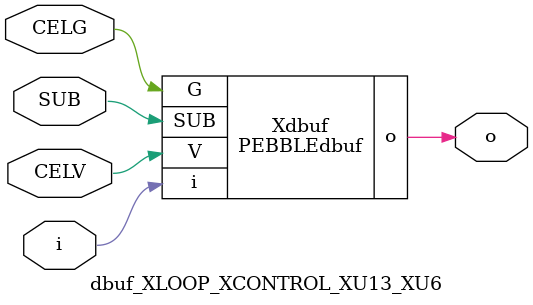
<source format=v>



module PEBBLEdbuf ( o, G, SUB, V, i );

  input V;
  input i;
  input G;
  output o;
  input SUB;
endmodule

//Celera Confidential Do Not Copy dbuf_XLOOP_XCONTROL_XU13_XU6
//Celera Confidential Symbol Generator
//Digital Buffer
module dbuf_XLOOP_XCONTROL_XU13_XU6 (CELV,CELG,i,o,SUB);
input CELV;
input CELG;
input i;
input SUB;
output o;

//Celera Confidential Do Not Copy dbuf
PEBBLEdbuf Xdbuf(
.V (CELV),
.i (i),
.o (o),
.SUB (SUB),
.G (CELG)
);
//,diesize,PEBBLEdbuf

//Celera Confidential Do Not Copy Module End
//Celera Schematic Generator
endmodule

</source>
